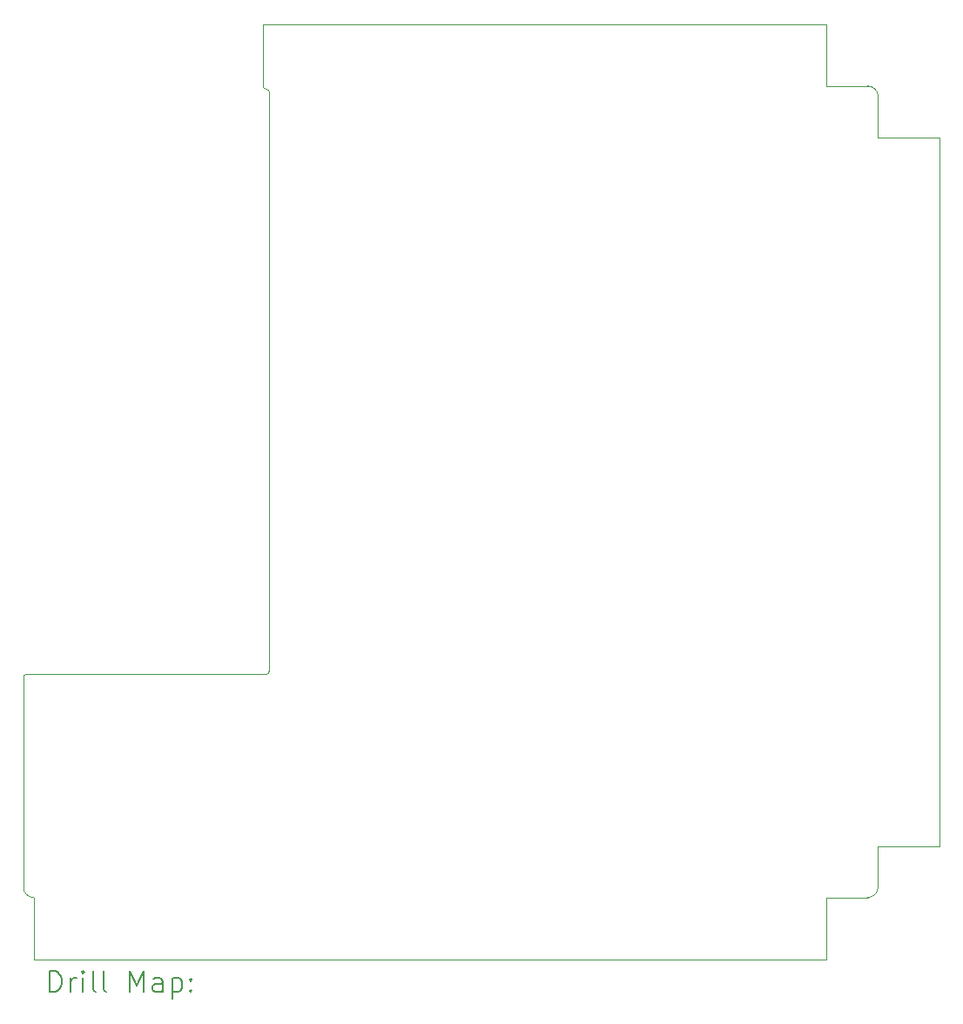
<source format=gbr>
%TF.GenerationSoftware,KiCad,Pcbnew,7.0.5*%
%TF.CreationDate,2024-01-01T18:42:32-08:00*%
%TF.ProjectId,plate,706c6174-652e-46b6-9963-61645f706362,rev?*%
%TF.SameCoordinates,Original*%
%TF.FileFunction,Drillmap*%
%TF.FilePolarity,Positive*%
%FSLAX45Y45*%
G04 Gerber Fmt 4.5, Leading zero omitted, Abs format (unit mm)*
G04 Created by KiCad (PCBNEW 7.0.5) date 2024-01-01 18:42:32*
%MOMM*%
%LPD*%
G01*
G04 APERTURE LIST*
%ADD10C,0.100000*%
%ADD11C,0.200000*%
G04 APERTURE END LIST*
D10*
X12890000Y-5780000D02*
G75*
G03*
X12920000Y-5810000I30000J0D01*
G01*
X18870000Y-13570000D02*
X18870000Y-13170000D01*
X18870000Y-5880000D02*
X18870000Y-6280000D01*
X18370000Y-5780000D02*
X18370000Y-5180000D01*
X18370000Y-13670000D02*
X18370000Y-14270000D01*
X19470000Y-6280000D02*
X18870000Y-6280000D01*
X18770000Y-5780000D02*
X18370000Y-5780000D01*
X18870000Y-13170000D02*
X19470000Y-13170000D01*
X19470000Y-6280000D02*
X19470000Y-13170000D01*
X12890000Y-5180000D02*
X12890000Y-5780000D01*
X18770000Y-13670000D02*
X18370000Y-13670000D01*
X18770000Y-13670000D02*
G75*
G03*
X18870000Y-13570000I0J100000D01*
G01*
X10590000Y-11500000D02*
X12920000Y-11500000D01*
X10660000Y-13670000D02*
X10660000Y-14270000D01*
X10560000Y-11530000D02*
X10560000Y-13570000D01*
X12920000Y-11500000D02*
G75*
G03*
X12950000Y-11470000I0J30000D01*
G01*
X18870000Y-5880000D02*
G75*
G03*
X18770000Y-5780000I-100000J0D01*
G01*
X18370000Y-14270000D02*
X10660000Y-14270000D01*
X18370000Y-5180000D02*
X12890000Y-5180000D01*
X12950000Y-5840000D02*
G75*
G03*
X12920000Y-5810000I-30000J0D01*
G01*
X12950000Y-5840000D02*
X12950000Y-11470000D01*
X10590000Y-11500000D02*
G75*
G03*
X10560000Y-11530000I0J-30000D01*
G01*
X10560000Y-13570000D02*
G75*
G03*
X10660000Y-13670000I100000J0D01*
G01*
D11*
X10815777Y-14586484D02*
X10815777Y-14386484D01*
X10815777Y-14386484D02*
X10863396Y-14386484D01*
X10863396Y-14386484D02*
X10891967Y-14396008D01*
X10891967Y-14396008D02*
X10911015Y-14415055D01*
X10911015Y-14415055D02*
X10920539Y-14434103D01*
X10920539Y-14434103D02*
X10930063Y-14472198D01*
X10930063Y-14472198D02*
X10930063Y-14500769D01*
X10930063Y-14500769D02*
X10920539Y-14538865D01*
X10920539Y-14538865D02*
X10911015Y-14557912D01*
X10911015Y-14557912D02*
X10891967Y-14576960D01*
X10891967Y-14576960D02*
X10863396Y-14586484D01*
X10863396Y-14586484D02*
X10815777Y-14586484D01*
X11015777Y-14586484D02*
X11015777Y-14453150D01*
X11015777Y-14491246D02*
X11025301Y-14472198D01*
X11025301Y-14472198D02*
X11034824Y-14462674D01*
X11034824Y-14462674D02*
X11053872Y-14453150D01*
X11053872Y-14453150D02*
X11072920Y-14453150D01*
X11139586Y-14586484D02*
X11139586Y-14453150D01*
X11139586Y-14386484D02*
X11130063Y-14396008D01*
X11130063Y-14396008D02*
X11139586Y-14405531D01*
X11139586Y-14405531D02*
X11149110Y-14396008D01*
X11149110Y-14396008D02*
X11139586Y-14386484D01*
X11139586Y-14386484D02*
X11139586Y-14405531D01*
X11263396Y-14586484D02*
X11244348Y-14576960D01*
X11244348Y-14576960D02*
X11234824Y-14557912D01*
X11234824Y-14557912D02*
X11234824Y-14386484D01*
X11368158Y-14586484D02*
X11349110Y-14576960D01*
X11349110Y-14576960D02*
X11339586Y-14557912D01*
X11339586Y-14557912D02*
X11339586Y-14386484D01*
X11596729Y-14586484D02*
X11596729Y-14386484D01*
X11596729Y-14386484D02*
X11663396Y-14529341D01*
X11663396Y-14529341D02*
X11730062Y-14386484D01*
X11730062Y-14386484D02*
X11730062Y-14586484D01*
X11911015Y-14586484D02*
X11911015Y-14481722D01*
X11911015Y-14481722D02*
X11901491Y-14462674D01*
X11901491Y-14462674D02*
X11882443Y-14453150D01*
X11882443Y-14453150D02*
X11844348Y-14453150D01*
X11844348Y-14453150D02*
X11825301Y-14462674D01*
X11911015Y-14576960D02*
X11891967Y-14586484D01*
X11891967Y-14586484D02*
X11844348Y-14586484D01*
X11844348Y-14586484D02*
X11825301Y-14576960D01*
X11825301Y-14576960D02*
X11815777Y-14557912D01*
X11815777Y-14557912D02*
X11815777Y-14538865D01*
X11815777Y-14538865D02*
X11825301Y-14519817D01*
X11825301Y-14519817D02*
X11844348Y-14510293D01*
X11844348Y-14510293D02*
X11891967Y-14510293D01*
X11891967Y-14510293D02*
X11911015Y-14500769D01*
X12006253Y-14453150D02*
X12006253Y-14653150D01*
X12006253Y-14462674D02*
X12025301Y-14453150D01*
X12025301Y-14453150D02*
X12063396Y-14453150D01*
X12063396Y-14453150D02*
X12082443Y-14462674D01*
X12082443Y-14462674D02*
X12091967Y-14472198D01*
X12091967Y-14472198D02*
X12101491Y-14491246D01*
X12101491Y-14491246D02*
X12101491Y-14548388D01*
X12101491Y-14548388D02*
X12091967Y-14567436D01*
X12091967Y-14567436D02*
X12082443Y-14576960D01*
X12082443Y-14576960D02*
X12063396Y-14586484D01*
X12063396Y-14586484D02*
X12025301Y-14586484D01*
X12025301Y-14586484D02*
X12006253Y-14576960D01*
X12187205Y-14567436D02*
X12196729Y-14576960D01*
X12196729Y-14576960D02*
X12187205Y-14586484D01*
X12187205Y-14586484D02*
X12177682Y-14576960D01*
X12177682Y-14576960D02*
X12187205Y-14567436D01*
X12187205Y-14567436D02*
X12187205Y-14586484D01*
X12187205Y-14462674D02*
X12196729Y-14472198D01*
X12196729Y-14472198D02*
X12187205Y-14481722D01*
X12187205Y-14481722D02*
X12177682Y-14472198D01*
X12177682Y-14472198D02*
X12187205Y-14462674D01*
X12187205Y-14462674D02*
X12187205Y-14481722D01*
M02*

</source>
